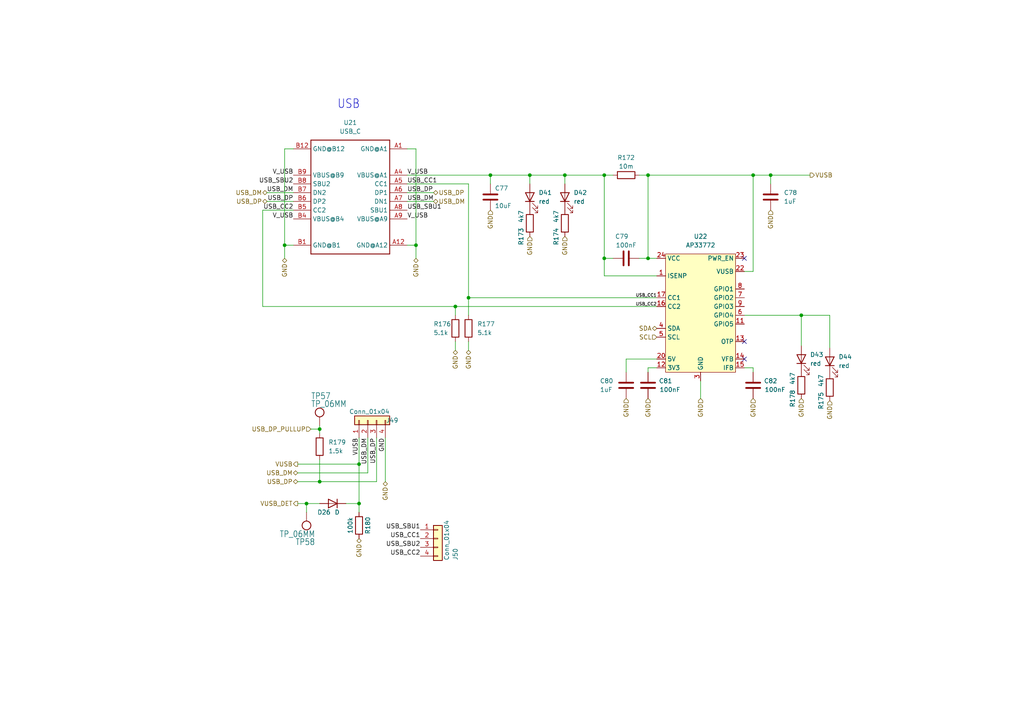
<source format=kicad_sch>
(kicad_sch (version 20211123) (generator eeschema)
  (paper "A4")
  (lib_symbols
    (symbol "Connector_Generic:Conn_01x04" (pin_names (offset 1.016) hide)
      (property "Reference" "J" (at 0 5.08 0))
      (property "Value" "Conn_01x04" (at 0 -7.62 0))
      (symbol "Conn_01x04_1_1"
        (rectangle (start -1.27 -4.953) (end 0 -5.207) (stroke (width 0.1524)))
        (rectangle (start -1.27 -2.413) (end 0 -2.667) (stroke (width 0.1524)))
        (rectangle (start -1.27 0.127) (end 0 -0.127) (stroke (width 0.1524)))
        (rectangle (start -1.27 2.667) (end 0 2.413) (stroke (width 0.1524)))
        (rectangle (start -1.27 3.81) (end 1.27 -6.35) (stroke (width 0.254)) (fill (type background)))
        (pin passive line (at -5.08 2.54 0) (length 3.81) (name "Pin_1") (number "1"))
        (pin passive line (at -5.08 0 0) (length 3.81) (name "Pin_2") (number "2"))
        (pin passive line (at -5.08 -2.54 0) (length 3.81) (name "Pin_3") (number "3"))
        (pin passive line (at -5.08 -5.08 0) (length 3.81) (name "Pin_4") (number "4"))
      )
    )
    (symbol "Device:C" (pin_numbers hide) (pin_names (offset 0.254))
      (property "Reference" "C" (at 0.635 2.54 0))
      (property "Value" "C" (at 0.635 -2.54 0))
      (symbol "C_0_1"
        (polyline (pts (xy -2.032 -0.762) (xy 2.032 -0.762)) (stroke (width 0.508)))
        (polyline (pts (xy -2.032 0.762) (xy 2.032 0.762)) (stroke (width 0.508)))
      )
      (symbol "C_1_1"
        (pin passive line (at 0 3.81 270) (length 2.794) (name "~") (number "1"))
        (pin passive line (at 0 -3.81 90) (length 2.794) (name "~") (number "2"))
      )
    )
    (symbol "Device:D" (pin_numbers hide) (pin_names (offset 1.016) hide)
      (property "Reference" "D" (at 0 2.54 0))
      (property "Value" "D" (at 0 -2.54 0))
      (symbol "D_0_1"
        (polyline (pts (xy -1.27 1.27) (xy -1.27 -1.27)) (stroke (width 0.254)))
        (polyline (pts (xy 1.27 0) (xy -1.27 0)))
        (polyline (pts (xy 1.27 1.27) (xy 1.27 -1.27) (xy -1.27 0) (xy 1.27 1.27)) (stroke (width 0.254)))
      )
      (symbol "D_1_1"
        (pin passive line (at -3.81 0 0) (length 2.54) (name "K") (number "1"))
        (pin passive line (at 3.81 0 180) (length 2.54) (name "A") (number "2"))
      )
    )
    (symbol "Device:LED" (pin_numbers hide) (pin_names (offset 1.016) hide)
      (property "Reference" "D" (at 0 2.54 0))
      (property "Value" "LED" (at 0 -2.54 0))
      (symbol "LED_0_1"
        (polyline (pts (xy -1.27 -1.27) (xy -1.27 1.27)) (stroke (width 0.254)))
        (polyline (pts (xy -1.27 0) (xy 1.27 0)))
        (polyline (pts (xy 1.27 -1.27) (xy 1.27 1.27) (xy -1.27 0) (xy 1.27 -1.27)) (stroke (width 0.254)))
        (polyline (pts (xy -3.048 -0.762) (xy -4.572 -2.286) (xy -3.81 -2.286) (xy -4.572 -2.286) (xy -4.572 -1.524)))
        (polyline (pts (xy -1.778 -0.762) (xy -3.302 -2.286) (xy -2.54 -2.286) (xy -3.302 -2.286) (xy -3.302 -1.524)))
      )
      (symbol "LED_1_1"
        (pin passive line (at -3.81 0 0) (length 2.54) (name "K") (number "1"))
        (pin passive line (at 3.81 0 180) (length 2.54) (name "A") (number "2"))
      )
    )
    (symbol "Device:R" (pin_numbers hide) (pin_names (offset 0))
      (property "Reference" "R" (at 2.032 0 90))
      (property "Value" "R" (at 0 0 90))
      (symbol "R_0_1"
        (rectangle (start -1.016 -2.54) (end 1.016 2.54) (stroke (width 0.254)))
      )
      (symbol "R_1_1"
        (pin passive line (at 0 3.81 270) (length 1.27) (name "~") (number "1"))
        (pin passive line (at 0 -3.81 90) (length 1.27) (name "~") (number "2"))
      )
    )
    (symbol "RBCX-eagle-import:TP_06MM"
      (property "Reference" "TP" (at -2.54 7.62 0))
      (property "Value" "TP_06MM" (at -2.54 5.334 0))
      (symbol "TP_06MM_1_0"
        (circle (center 0 3.81) (radius 1.27) (stroke (width 0.254)))
        (pin passive line (at 0 0 90) (length 2.54) (name "TP") (number "P$1"))
      )
    )
    (symbol "RBCX:AP33772"
      (property "Reference" "U" (at 0 4.445 0))
      (property "Value" "AP33772" (at 0 2.54 0))
      (symbol "AP33772_0_1"
        (rectangle (start 10.16 -33.02) (end -10.16 1.27) (fill (type background)))
      )
      (symbol "AP33772_1_0"
        (pin input line (at -12.7 -5.08 0) (length 2.54) (name "ISENP") (number "1"))
        (pin bidirectional line (at 12.7 -19.05 180) (length 2.54) (name "GPIO5") (number "11"))
        (pin power_out line (at -12.7 -31.75 0) (length 2.54) (name "3V3") (number "12"))
        (pin bidirectional line (at 12.7 -24.13 180) (length 2.54) (name "OTP") (number "13"))
        (pin input line (at 12.7 -29.21 180) (length 2.54) (name "VFB") (number "14"))
        (pin input line (at 12.7 -31.75 180) (length 2.54) (name "IFB") (number "15"))
        (pin bidirectional line (at -12.7 -13.97 0) (length 2.54) (name "CC2") (number "16"))
        (pin bidirectional line (at -12.7 -11.43 0) (length 2.54) (name "CC1") (number "17"))
        (pin power_out line (at -12.7 -29.21 0) (length 2.54) (name "5V") (number "20"))
        (pin input line (at 12.7 -3.81 180) (length 2.54) (name "VUSB") (number "22"))
        (pin output line (at 12.7 0 180) (length 2.54) (name "PWR_EN") (number "23"))
        (pin power_in line (at -12.7 0 0) (length 2.54) (name "VCC") (number "24"))
        (pin power_in line (at 0 -35.56 90) (length 2.54) hide (name "GND") (number "25"))
        (pin power_in line (at 0 -35.56 90) (length 2.54) (name "GND") (number "3"))
        (pin bidirectional line (at -12.7 -20.32 0) (length 2.54) (name "SDA") (number "4"))
        (pin input line (at -12.7 -22.86 0) (length 2.54) (name "SCL") (number "5"))
        (pin bidirectional line (at 12.7 -16.51 180) (length 2.54) (name "GPIO4") (number "6"))
        (pin bidirectional line (at 12.7 -11.43 180) (length 2.54) (name "GPIO2") (number "7"))
        (pin bidirectional line (at 12.7 -8.89 180) (length 2.54) (name "GPIO1") (number "8"))
        (pin bidirectional line (at 12.7 -13.97 180) (length 2.54) (name "GPIO3") (number "9"))
      )
    )
    (symbol "RBCX:USB_C"
      (property "Reference" "U" (at 0 3.81 0))
      (property "Value" "USB_C" (at 0 1.905 0))
      (symbol "USB_C_1_0"
        (polyline (pts (xy -11.43 -33.02) (xy -11.43 0)) (stroke (width 0.254)))
        (polyline (pts (xy -11.43 0) (xy 11.43 0)) (stroke (width 0.254)))
        (polyline (pts (xy 11.43 -33.02) (xy -11.43 -33.02)) (stroke (width 0.254)))
        (polyline (pts (xy 11.43 0) (xy 11.43 -33.02)) (stroke (width 0.254)))
        (pin bidirectional line (at 16.51 -2.54 180) (length 5.08) (name "GND@A1") (number "A1"))
        (pin bidirectional line (at 16.51 -30.48 180) (length 5.08) (name "GND@A12") (number "A12"))
        (pin bidirectional line (at 16.51 -10.16 180) (length 5.08) (name "VBUS@A1") (number "A4"))
        (pin bidirectional line (at 16.51 -12.7 180) (length 5.08) (name "CC1") (number "A5"))
        (pin bidirectional line (at 16.51 -15.24 180) (length 5.08) (name "DP1") (number "A6"))
        (pin bidirectional line (at 16.51 -17.78 180) (length 5.08) (name "DN1") (number "A7"))
        (pin bidirectional line (at 16.51 -20.32 180) (length 5.08) (name "SBU1") (number "A8"))
        (pin bidirectional line (at 16.51 -22.86 180) (length 5.08) (name "VBUS@A9") (number "A9"))
        (pin bidirectional line (at -16.51 -30.48 0) (length 5.08) (name "GND@B1") (number "B1"))
        (pin bidirectional line (at -16.51 -2.54 0) (length 5.08) (name "GND@B12") (number "B12"))
        (pin bidirectional line (at -16.51 -22.86 0) (length 5.08) (name "VBUS@B4") (number "B4"))
        (pin bidirectional line (at -16.51 -20.32 0) (length 5.08) (name "CC2") (number "B5"))
        (pin bidirectional line (at -16.51 -17.78 0) (length 5.08) (name "DP2") (number "B6"))
        (pin bidirectional line (at -16.51 -15.24 0) (length 5.08) (name "DN2") (number "B7"))
        (pin bidirectional line (at -16.51 -12.7 0) (length 5.08) (name "SBU2") (number "B8"))
        (pin bidirectional line (at -16.51 -10.16 0) (length 5.08) (name "VBUS@B9") (number "B9"))
      )
    )
  )
  (junction (at 163.83 50.8))
  (junction (at 175.26 50.8))
  (junction (at 187.96 74.93))
  (junction (at 88.9 146.05))
  (junction (at 153.67 50.8))
  (junction (at 92.71 139.7))
  (junction (at 142.24 50.8))
  (junction (at 223.52 50.8))
  (junction (at 104.14 146.05))
  (junction (at 82.55 71.12))
  (junction (at 218.44 50.8))
  (junction (at 175.26 74.93))
  (junction (at 104.14 134.62))
  (junction (at 92.71 124.46))
  (junction (at 135.89 86.36))
  (junction (at 120.65 71.12))
  (junction (at 232.41 91.44))
  (junction (at 187.96 50.8))
  (junction (at 132.08 88.9))
  (no_connect (at 215.9 99.06))
  (no_connect (at 215.9 104.14))
  (no_connect (at 215.9 74.93))
  (wire (pts (xy 132.08 88.9) (xy 190.5 88.9)))
  (wire (pts (xy 223.52 50.8) (xy 223.52 53.34)))
  (wire (pts (xy 76.2 60.96) (xy 85.09 60.96)))
  (wire (pts (xy 218.44 107.95) (xy 218.44 106.68)))
  (wire (pts (xy 118.11 50.8) (xy 142.24 50.8)))
  (wire (pts (xy 153.67 53.34) (xy 153.67 50.8)))
  (wire (pts (xy 142.24 50.8) (xy 142.24 53.34)))
  (wire (pts (xy 218.44 50.8) (xy 223.52 50.8)))
  (wire (pts (xy 106.68 127) (xy 106.68 137.16)))
  (wire (pts (xy 92.71 124.46) (xy 92.71 125.73)))
  (wire (pts (xy 88.9 146.05) (xy 92.71 146.05)))
  (wire (pts (xy 153.67 50.8) (xy 163.83 50.8)))
  (wire (pts (xy 120.65 43.18) (xy 120.65 71.12)))
  (wire (pts (xy 132.08 91.44) (xy 132.08 88.9)))
  (wire (pts (xy 82.55 74.93) (xy 82.55 71.12)))
  (wire (pts (xy 82.55 71.12) (xy 85.09 71.12)))
  (wire (pts (xy 187.96 50.8) (xy 187.96 74.93)))
  (wire (pts (xy 240.665 91.44) (xy 232.41 91.44)))
  (wire (pts (xy 175.26 80.01) (xy 175.26 74.93)))
  (wire (pts (xy 118.11 55.88) (xy 125.73 55.88)))
  (wire (pts (xy 175.26 50.8) (xy 175.26 74.93)))
  (wire (pts (xy 104.14 146.05) (xy 104.14 148.59)))
  (wire (pts (xy 232.41 91.44) (xy 232.41 100.33)))
  (wire (pts (xy 118.11 53.34) (xy 135.89 53.34)))
  (wire (pts (xy 106.68 137.16) (xy 86.36 137.16)))
  (wire (pts (xy 85.09 58.42) (xy 77.47 58.42)))
  (wire (pts (xy 76.2 88.9) (xy 132.08 88.9)))
  (wire (pts (xy 132.08 99.06) (xy 132.08 101.6)))
  (wire (pts (xy 82.55 71.12) (xy 82.55 43.18)))
  (wire (pts (xy 135.89 99.06) (xy 135.89 101.6)))
  (wire (pts (xy 86.36 139.7) (xy 92.71 139.7)))
  (wire (pts (xy 190.5 80.01) (xy 175.26 80.01)))
  (wire (pts (xy 232.41 91.44) (xy 215.9 91.44)))
  (wire (pts (xy 175.26 50.8) (xy 177.8 50.8)))
  (wire (pts (xy 163.83 53.34) (xy 163.83 50.8)))
  (wire (pts (xy 90.17 124.46) (xy 92.71 124.46)))
  (wire (pts (xy 120.65 43.18) (xy 118.11 43.18)))
  (wire (pts (xy 215.9 78.74) (xy 218.44 78.74)))
  (wire (pts (xy 111.76 127) (xy 111.76 139.7)))
  (wire (pts (xy 85.09 55.88) (xy 77.47 55.88)))
  (wire (pts (xy 82.55 43.18) (xy 85.09 43.18)))
  (wire (pts (xy 86.36 134.62) (xy 104.14 134.62)))
  (wire (pts (xy 135.89 86.36) (xy 135.89 91.44)))
  (wire (pts (xy 92.71 139.7) (xy 109.22 139.7)))
  (wire (pts (xy 86.36 146.05) (xy 88.9 146.05)))
  (wire (pts (xy 118.11 71.12) (xy 120.65 71.12)))
  (wire (pts (xy 185.42 50.8) (xy 187.96 50.8)))
  (wire (pts (xy 181.61 107.95) (xy 181.61 104.14)))
  (wire (pts (xy 120.65 71.12) (xy 120.65 74.93)))
  (wire (pts (xy 181.61 104.14) (xy 190.5 104.14)))
  (wire (pts (xy 187.96 106.68) (xy 190.5 106.68)))
  (wire (pts (xy 163.83 50.8) (xy 175.26 50.8)))
  (wire (pts (xy 203.2 115.57) (xy 203.2 110.49)))
  (wire (pts (xy 104.14 127) (xy 104.14 134.62)))
  (wire (pts (xy 100.33 146.05) (xy 104.14 146.05)))
  (wire (pts (xy 187.96 107.95) (xy 187.96 106.68)))
  (wire (pts (xy 223.52 50.8) (xy 234.95 50.8)))
  (wire (pts (xy 240.665 100.965) (xy 240.665 91.44)))
  (wire (pts (xy 104.14 146.05) (xy 104.14 134.62)))
  (wire (pts (xy 218.44 50.8) (xy 218.44 78.74)))
  (wire (pts (xy 118.11 58.42) (xy 125.73 58.42)))
  (wire (pts (xy 92.71 123.444) (xy 92.71 124.46)))
  (wire (pts (xy 175.26 74.93) (xy 177.8 74.93)))
  (wire (pts (xy 109.22 127) (xy 109.22 139.7)))
  (wire (pts (xy 142.24 50.8) (xy 153.67 50.8)))
  (wire (pts (xy 88.9 148.59) (xy 88.9 146.05)))
  (wire (pts (xy 135.89 53.34) (xy 135.89 86.36)))
  (wire (pts (xy 76.2 60.96) (xy 76.2 88.9)))
  (wire (pts (xy 190.5 86.36) (xy 135.89 86.36)))
  (wire (pts (xy 187.96 50.8) (xy 218.44 50.8)))
  (wire (pts (xy 218.44 106.68) (xy 215.9 106.68)))
  (wire (pts (xy 92.71 133.35) (xy 92.71 139.7)))
  (wire (pts (xy 185.42 74.93) (xy 187.96 74.93)))
  (wire (pts (xy 190.5 74.93) (xy 187.96 74.93)))
  (text "USB" (at 97.79 31.75 180) (effects (font (size 2.54 2.159)) (justify left bottom)))
  (label "USB_SBU2" (at 85.09 53.34 180))
  (label "USB_CC2" (at 190.5 88.9 180) (effects (font (size 0.889 0.889))))
  (label "USB_CC1" (at 121.92 156.21 180))
  (label "GND" (at 111.76 127 270))
  (label "USB_SBU1" (at 118.11 60.96 0))
  (label "V_USB" (at 118.11 63.5 0))
  (label "V_USB" (at 85.09 63.5 180))
  (label "USB_SBU1" (at 121.92 153.67 180))
  (label "USB_CC2" (at 85.09 60.96 180))
  (label "VUSB" (at 104.14 127 270))
  (label "USB_DP" (at 109.22 127 270))
  (label "USB_SBU2" (at 121.92 158.75 180))
  (label "V_USB" (at 118.11 50.8 0))
  (label "USB_DM" (at 85.09 55.88 180))
  (label "USB_CC1" (at 190.5 86.36 180) (effects (font (size 0.889 0.889))))
  (label "USB_DM" (at 118.11 58.42 0))
  (label "V_USB" (at 85.09 50.8 180))
  (label "USB_CC1" (at 118.11 53.34 0))
  (label "USB_DP" (at 118.11 55.88 0))
  (label "USB_DP" (at 85.09 58.42 180))
  (label "USB_CC2" (at 121.92 161.29 180))
  (label "USB_DM" (at 106.68 127 270))
  (hierarchical_label "USB_DM" (shape bidirectional) (at 77.47 55.88 180))
  (hierarchical_label "GND" (shape bidirectional) (at 135.89 101.6 270))
  (hierarchical_label "GND" (shape input) (at 187.96 115.57 270))
  (hierarchical_label "VUSB_DET" (shape output) (at 86.36 146.05 180))
  (hierarchical_label "GND" (shape bidirectional) (at 120.65 74.93 270))
  (hierarchical_label "GND" (shape bidirectional) (at 132.08 101.6 270))
  (hierarchical_label "USB_DP_PULLUP" (shape input) (at 90.17 124.46 180))
  (hierarchical_label "VUSB" (shape output) (at 234.95 50.8 0))
  (hierarchical_label "GND" (shape input) (at 218.44 115.57 270))
  (hierarchical_label "GND" (shape input) (at 240.665 116.205 270))
  (hierarchical_label "GND" (shape input) (at 181.61 115.57 270))
  (hierarchical_label "USB_DP" (shape bidirectional) (at 125.73 55.88 0))
  (hierarchical_label "GND" (shape input) (at 232.41 115.57 270))
  (hierarchical_label "USB_DP" (shape bidirectional) (at 86.36 139.7 180))
  (hierarchical_label "USB_DM" (shape bidirectional) (at 125.73 58.42 0))
  (hierarchical_label "GND" (shape input) (at 163.83 68.58 270))
  (hierarchical_label "GND" (shape bidirectional) (at 111.76 139.7 270))
  (hierarchical_label "GND" (shape bidirectional) (at 82.55 74.93 270))
  (hierarchical_label "USB_DP" (shape bidirectional) (at 77.47 58.42 180))
  (hierarchical_label "GND" (shape input) (at 203.2 115.57 270))
  (hierarchical_label "GND" (shape input) (at 223.52 60.96 270))
  (hierarchical_label "GND" (shape input) (at 153.67 68.58 270))
  (hierarchical_label "GND" (shape input) (at 142.24 60.96 270))
  (hierarchical_label "VUSB" (shape output) (at 86.36 134.62 180))
  (hierarchical_label "SCL" (shape input) (at 190.5 97.79 180))
  (hierarchical_label "USB_DM" (shape bidirectional) (at 86.36 137.16 180))
  (hierarchical_label "GND" (shape bidirectional) (at 104.14 156.21 270))
  (hierarchical_label "SDA" (shape bidirectional) (at 190.5 95.25 180))
  (symbol (lib_id "RBCX:AP33772") (at 203.2 74.93 0) (unit 1)
    (property "Reference" "U22" (at 203.2 68.58 0))
    (property "Value" "AP33772" (at 203.2 71.12 0))
    (property "Footprint" "Package_DFN_QFN:QFN-24-1EP_4x4mm_P0.5mm_EP2.65x2.65mm" (effects hide))
    (property "Datasheet" "https://www.diodes.com/assets/Datasheets/AP33772.pdf" (effects hide))
    (property "MOUSER" "621-AP33772DKZ-13" (effects hide))
    (property "LCSC" "C5244513" (effects hide))
    (property "Basic/Extended" "E" (effects hide))
  )
  (symbol (lib_id "Device:LED") (at 240.665 104.775 90) (unit 1)
    (property "Reference" "D44" (at 243.205 103.505 90) (effects (justify right)))
    (property "Value" "red" (at 243.205 106.045 90) (effects (justify right)))
    (property "Footprint" "LED_SMD:LED_0603_1608Metric" (effects hide))
    (property "LCSC" "C2286" (effects hide))
    (property "Basic/Extended" "B" (effects hide))
  )
  (symbol (lib_id "RBCX-eagle-import:TP_06MM") (at 92.71 123.444 0) (unit 1)
    (property "Reference" "TP57" (at 90.17 115.824 0) (effects (font (size 1.778 1.5113)) (justify left bottom)))
    (property "Value" "TP_06MM" (at 90.17 118.11 0) (effects (font (size 1.778 1.5113)) (justify left bottom)))
    (property "Footprint" "RBCX:TP_06MM" (effects hide))
  )
  (symbol (lib_id "Device:R") (at 92.71 129.54 0) (unit 1)
    (property "Reference" "R179" (at 95.25 128.2699 0) (effects (justify left)))
    (property "Value" "1.5k" (at 95.25 130.8099 0) (effects (justify left)))
    (property "Footprint" "Resistor_SMD:R_0402_1005Metric" (effects hide))
    (property "LCSC" "C25867" (effects hide))
    (property "Basic/Extended" "B" (effects hide))
  )
  (symbol (lib_id "Device:R") (at 232.41 111.76 180) (unit 1)
    (property "Reference" "R178" (at 229.87 113.03 90) (effects (justify left)))
    (property "Value" "4k7" (at 229.87 107.95 90) (effects (justify left)))
    (property "Footprint" "Resistor_SMD:R_0201_0603Metric" (effects hide))
    (property "LCSC" "C270346" (effects hide))
    (property "Basic/Extended" "E" (effects hide))
  )
  (symbol (lib_id "Device:R") (at 163.83 64.77 180) (unit 1)
    (property "Reference" "R174" (at 161.29 66.04 90) (effects (justify left)))
    (property "Value" "4k7" (at 161.29 60.96 90) (effects (justify left)))
    (property "Footprint" "Resistor_SMD:R_0201_0603Metric" (effects hide))
    (property "LCSC" "C270346" (effects hide))
    (property "Basic/Extended" "E" (effects hide))
  )
  (symbol (lib_id "Device:LED") (at 232.41 104.14 90) (unit 1)
    (property "Reference" "D43" (at 234.95 102.87 90) (effects (justify right)))
    (property "Value" "red" (at 234.95 105.41 90) (effects (justify right)))
    (property "Footprint" "LED_SMD:LED_0603_1608Metric" (effects hide))
    (property "LCSC" "C2286" (effects hide))
    (property "Basic/Extended" "B" (effects hide))
  )
  (symbol (lib_id "Device:R") (at 132.08 95.25 0) (unit 1)
    (property "Reference" "R176" (at 125.73 93.98 0) (effects (justify left)))
    (property "Value" "5.1k" (at 125.73 96.52 0) (effects (justify left)))
    (property "Footprint" "Resistor_SMD:R_0402_1005Metric" (effects hide))
    (property "LCSC" "C25905" (effects hide))
    (property "Basic/Extended" "B" (effects hide))
  )
  (symbol (lib_id "Device:R") (at 104.14 152.4 180) (unit 1)
    (property "Reference" "R180" (at 106.68 152.4 90))
    (property "Value" "100k" (at 101.6 152.4 90))
    (property "Footprint" "Capacitor_SMD:C_0201_0603Metric" (effects hide))
    (property "LCSC" "C270364" (effects hide))
    (property "Basic/Extended" "E" (effects hide))
  )
  (symbol (lib_id "Device:R") (at 153.67 64.77 180) (unit 1)
    (property "Reference" "R173" (at 151.13 66.04 90) (effects (justify left)))
    (property "Value" "4k7" (at 151.13 60.96 90) (effects (justify left)))
    (property "Footprint" "Resistor_SMD:R_0201_0603Metric" (effects hide))
    (property "LCSC" "C270346" (effects hide))
    (property "Basic/Extended" "E" (effects hide))
  )
  (symbol (lib_id "Connector_Generic:Conn_01x04") (at 106.68 121.92 90) (unit 1)
    (property "Reference" "J49" (at 115.57 121.92 90) (effects (justify left)))
    (property "Value" "Conn_01x04" (at 113.03 119.38 90) (effects (justify left)))
    (property "Footprint" "Connector_PinHeader_2.54mm:PinHeader_1x04_P2.54mm_Vertical" (effects hide))
    (property "LCSC" "C124378" (effects hide))
    (property "Basic/Extended" "E" (effects hide))
  )
  (symbol (lib_id "Device:R") (at 240.665 112.395 180) (unit 1)
    (property "Reference" "R175" (at 238.125 113.665 90) (effects (justify left)))
    (property "Value" "4k7" (at 238.125 108.585 90) (effects (justify left)))
    (property "Footprint" "Resistor_SMD:R_0201_0603Metric" (effects hide))
    (property "LCSC" "C270346" (effects hide))
    (property "Basic/Extended" "E" (effects hide))
  )
  (symbol (lib_id "Device:R") (at 181.61 50.8 90) (unit 1)
    (property "Reference" "R172" (at 181.61 45.72 90))
    (property "Value" "10m" (at 181.61 48.26 90))
    (property "Footprint" "Capacitor_SMD:C_0805_2012Metric" (effects hide))
    (property "LCSC" "C728271" (effects hide))
    (property "Basic/Extended" "E" (effects hide))
  )
  (symbol (lib_id "Device:LED") (at 163.83 57.15 90) (unit 1)
    (property "Reference" "D42" (at 166.37 55.88 90) (effects (justify right)))
    (property "Value" "red" (at 166.37 58.42 90) (effects (justify right)))
    (property "Footprint" "LED_SMD:LED_0603_1608Metric" (effects hide))
    (property "LCSC" "C2286" (effects hide))
    (property "Basic/Extended" "B" (effects hide))
  )
  (symbol (lib_id "Device:R") (at 135.89 95.25 0) (unit 1)
    (property "Reference" "R177" (at 138.43 93.9799 0) (effects (justify left)))
    (property "Value" "5.1k" (at 138.43 96.5199 0) (effects (justify left)))
    (property "Footprint" "Resistor_SMD:R_0402_1005Metric" (effects hide))
    (property "LCSC" "C25905" (effects hide))
    (property "Basic/Extended" "B" (effects hide))
  )
  (symbol (lib_id "Connector_Generic:Conn_01x04") (at 127 156.21 0) (unit 1)
    (property "Reference" "J50" (at 132.08 162.56 90) (effects (justify left)))
    (property "Value" "Conn_01x04" (at 129.54 162.56 90) (effects (justify left)))
    (property "Footprint" "Connector_PinHeader_2.54mm:PinHeader_1x04_P2.54mm_Vertical" (effects hide))
    (property "LCSC" "C124378" (effects hide))
    (property "Basic/Extended" "E" (effects hide))
  )
  (symbol (lib_id "Device:C") (at 223.52 57.15 0) (unit 1)
    (property "Reference" "C78" (at 227.33 55.8799 0) (effects (justify left)))
    (property "Value" "1uF" (at 227.33 58.4199 0) (effects (justify left)))
    (property "Footprint" "Resistor_SMD:R_0402_1005Metric" (effects hide))
    (property "LCSC" "C52923" (effects hide))
    (property "Basic/Extended" "B" (effects hide))
  )
  (symbol (lib_id "RBCX-eagle-import:TP_06MM") (at 88.9 148.59 180) (unit 1)
    (property "Reference" "TP58" (at 91.44 156.21 0) (effects (font (size 1.778 1.5113)) (justify left bottom)))
    (property "Value" "TP_06MM" (at 91.44 153.924 0) (effects (font (size 1.778 1.5113)) (justify left bottom)))
    (property "Footprint" "RBCX:TP_06MM" (effects hide))
  )
  (symbol (lib_id "Device:C") (at 218.44 111.76 180) (unit 1)
    (property "Reference" "C82" (at 223.52 110.49 0))
    (property "Value" "100nF" (at 224.79 113.03 0))
    (property "Footprint" "Capacitor_SMD:C_0402_1005Metric" (effects hide))
    (property "LCSC" "C131394" (effects hide))
    (property "Basic/Extended" "E" (effects hide))
  )
  (symbol (lib_id "Device:C") (at 181.61 111.76 0) (unit 1)
    (property "Reference" "C80" (at 173.99 110.49 0) (effects (justify left)))
    (property "Value" "1uF" (at 173.99 113.03 0) (effects (justify left)))
    (property "Footprint" "Resistor_SMD:R_0402_1005Metric" (effects hide))
    (property "LCSC" "C52923" (effects hide))
    (property "Basic/Extended" "B" (effects hide))
  )
  (symbol (lib_id "Device:D") (at 96.52 146.05 180) (unit 1)
    (property "Reference" "D26" (at 93.98 148.59 0))
    (property "Value" "D" (at 97.79 148.59 0))
    (property "Footprint" "Diode_SMD:D_SOD-523" (effects hide))
    (property "Datasheet" "https://datasheet.lcsc.com/lcsc/1809200051_Jiangsu-Changjing-Electronics-Technology-Co---Ltd--1N4148WT-T4_C68948.pdf" (effects hide))
    (property "LCSC" "C68948" (effects hide))
    (property "Basic/Extended" "E" (effects hide))
  )
  (symbol (lib_id "Device:C") (at 142.24 57.15 0) (unit 1)
    (property "Reference" "C77" (at 143.51 54.61 0) (effects (justify left)))
    (property "Value" "10uF" (at 143.51 59.69 0) (effects (justify left)))
    (property "Footprint" "Capacitor_SMD:C_0603_1608Metric" (effects hide))
    (property "LCSC" "C96446" (effects hide))
    (property "Basic/Extended" "B" (effects hide))
  )
  (symbol (lib_id "RBCX:USB_C") (at 101.6 40.64 0) (unit 1)
    (property "Reference" "U21" (at 101.6 35.56 0))
    (property "Value" "USB_C" (at 101.6 38.1 0))
    (property "Footprint" "RBCX:USB_C_vertical" (effects hide))
    (property "Datasheet" "https://datasheet.lcsc.com/lcsc/2101261738_G-Switch-GT-USB-7055_C2686963.pdf" (effects hide))
    (property "LCSC" "C2686963" (effects hide))
    (property "Basic/Extended" "E" (effects hide))
  )
  (symbol (lib_id "Device:C") (at 181.61 74.93 90) (unit 1)
    (property "Reference" "C79" (at 180.34 68.58 90))
    (property "Value" "100nF" (at 181.61 71.12 90))
    (property "Footprint" "Capacitor_SMD:C_0402_1005Metric" (effects hide))
    (property "LCSC" "C131394" (effects hide))
    (property "Basic/Extended" "E" (effects hide))
  )
  (symbol (lib_id "Device:C") (at 187.96 111.76 180) (unit 1)
    (property "Reference" "C81" (at 193.04 110.49 0))
    (property "Value" "100nF" (at 194.31 113.03 0))
    (property "Footprint" "Capacitor_SMD:C_0402_1005Metric" (effects hide))
    (property "LCSC" "C131394" (effects hide))
    (property "Basic/Extended" "E" (effects hide))
  )
  (symbol (lib_id "Device:LED") (at 153.67 57.15 90) (unit 1)
    (property "Reference" "D41" (at 156.21 55.88 90) (effects (justify right)))
    (property "Value" "red" (at 156.21 58.42 90) (effects (justify right)))
    (property "Footprint" "LED_SMD:LED_0603_1608Metric" (effects hide))
    (property "LCSC" "C2286" (effects hide))
    (property "Basic/Extended" "B" (effects hide))
  )
)
</source>
